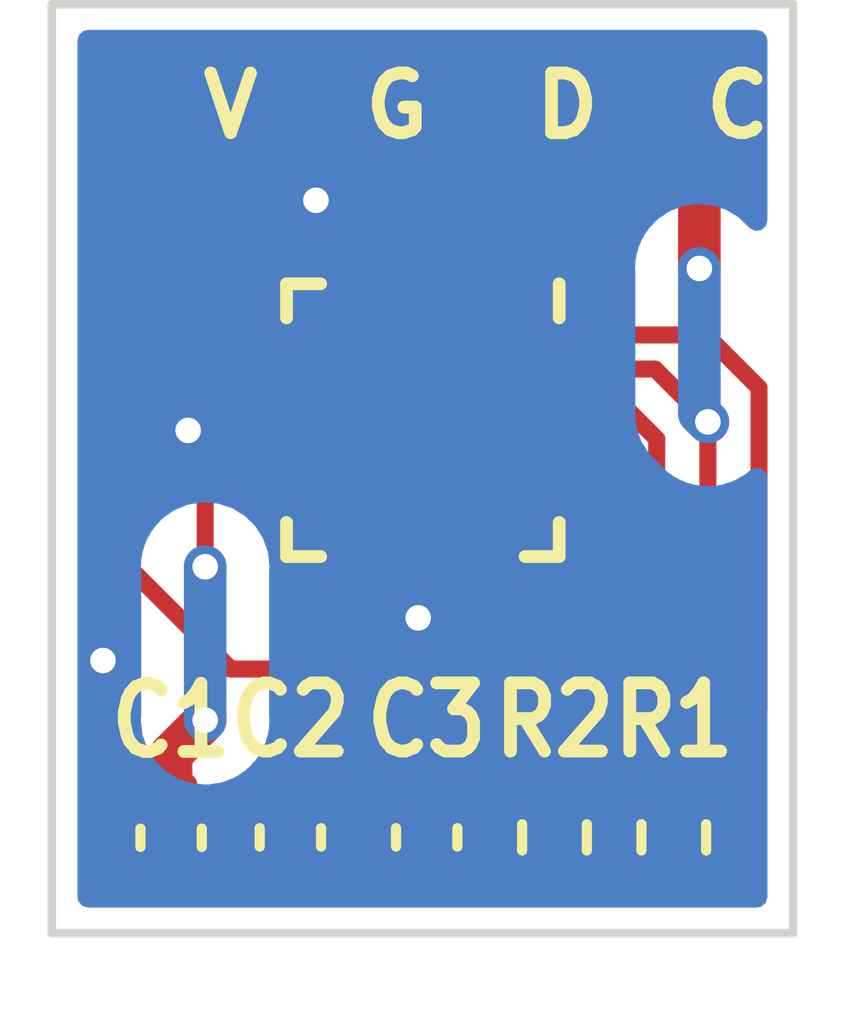
<source format=kicad_pcb>
(kicad_pcb (version 20221018) (generator pcbnew)
  (layers (0 "F.Cu" signal) (31 "B.Cu" signal) (34 "B.Paste" user) (35 "F.Paste" user) (36 "B.SilkS" user "B.Silkscreen") (37 "F.SilkS" user "F.Silkscreen") (38 "B.Mask" user) (39 "F.Mask" user) (44 "Edge.Cuts" user))
  (net 0 "")
  (net 1 "Net-(U1-REGOUT)")
  (net 2 "GNDREF")
  (net 3 "+1V8")
  (net 4 "SDA")
  (net 5 "SCL")
  (footprint "Capacitor_SMD:C_0402_1005Metric" (layer "F.Cu") (at 140.8 91.575 -90)
    (fp_text reference "C2" (at -1.375 0) (layer "F.SilkS") (effects (font (size 0.8 0.7))))
    (fp_text value "0.1uF")
    (fp_line (start -0.107836 -0.36) (end 0.107836 -0.36) (stroke (width 0.12)) (layer "F.SilkS"))
    (fp_line (start -0.107836 0.36) (end 0.107836 0.36) (stroke (width 0.12)) (layer "F.SilkS"))
    (pad "1" smd roundrect (at -0.48 0 270) (size 0.56 0.62) (layers "F.Cu" "F.Paste" "F.Mask") (net 3 "+1V8"))
    (pad "2" smd roundrect (at 0.48 0 270) (size 0.56 0.62) (layers "F.Cu" "F.Paste" "F.Mask") (net 2 "GNDREF"))
  )
  (footprint "Capacitor_SMD:C_0402_1005Metric" (layer "F.Cu") (at 139.4 91.58 -90)
    (fp_text reference "C1" (at -1.375 0) (layer "F.SilkS") (effects (font (size 0.8 0.7))))
    (fp_text value "0.1uF")
    (fp_line (start -0.107836 -0.36) (end 0.107836 -0.36) (stroke (width 0.12)) (layer "F.SilkS"))
    (fp_line (start -0.107836 0.36) (end 0.107836 0.36) (stroke (width 0.12)) (layer "F.SilkS"))
    (pad "1" smd roundrect (at -0.48 0 270) (size 0.56 0.62) (layers "F.Cu" "F.Paste" "F.Mask") (net 1 "Net-(U1-REGOUT)"))
    (pad "2" smd roundrect (at 0.48 0 270) (size 0.56 0.62) (layers "F.Cu" "F.Paste" "F.Mask") (net 2 "GNDREF"))
  )
  (footprint "Sensor_Motion:InvenSense_QFN-24_3x3mm_P0.4mm" (layer "F.Cu") (at 142.355 86.68 -90)
    (fp_text reference "U1" hide)
    (fp_text value "ICM-20948")
    (fp_line (start -1.6 -1.6) (end -1.2 -1.6) (stroke (width 0.15)) (layer "F.SilkS"))
    (fp_line (start -1.6 1.6) (end -1.6 1.2) (stroke (width 0.15)) (layer "F.SilkS"))
    (fp_line (start -1.6 1.6) (end -1.2 1.6) (stroke (width 0.15)) (layer "F.SilkS"))
    (fp_line (start 1.6 -1.6) (end 1.2 -1.6) (stroke (width 0.15)) (layer "F.SilkS"))
    (fp_line (start 1.6 -1.6) (end 1.6 -1.2) (stroke (width 0.15)) (layer "F.SilkS"))
    (fp_line (start 1.6 1.6) (end 1.2 1.6) (stroke (width 0.15)) (layer "F.SilkS"))
    (fp_line (start 1.6 1.6) (end 1.6 1.2) (stroke (width 0.15)) (layer "F.SilkS"))
    (pad "1" smd roundrect (at -1.5 -1 270) (size 0.55 0.2) (layers "F.Cu" "F.Paste" "F.Mask"))
    (pad "2" smd roundrect (at -1.5 -0.6 270) (size 0.55 0.2) (layers "F.Cu" "F.Paste" "F.Mask"))
    (pad "3" smd roundrect (at -1.5 -0.2 270) (size 0.55 0.2) (layers "F.Cu" "F.Paste" "F.Mask"))
    (pad "4" smd roundrect (at -1.5 0.2 270) (size 0.55 0.2) (layers "F.Cu" "F.Paste" "F.Mask"))
    (pad "5" smd roundrect (at -1.5 0.6 270) (size 0.55 0.2) (layers "F.Cu" "F.Paste" "F.Mask"))
    (pad "6" smd roundrect (at -1.5 1 270) (size 0.55 0.2) (layers "F.Cu" "F.Paste" "F.Mask"))
    (pad "7" smd roundrect (at -1 1.5) (size 0.55 0.2) (layers "F.Cu" "F.Paste" "F.Mask"))
    (pad "8" smd roundrect (at -0.6 1.5) (size 0.55 0.2) (layers "F.Cu" "F.Paste" "F.Mask") (net 3 "+1V8"))
    (pad "9" smd roundrect (at -0.2 1.5) (size 0.55 0.2) (layers "F.Cu" "F.Paste" "F.Mask") (net 2 "GNDREF"))
    (pad "10" smd roundrect (at 0.2 1.5) (size 0.55 0.2) (layers "F.Cu" "F.Paste" "F.Mask") (net 1 "Net-(U1-REGOUT)"))
    (pad "11" smd roundrect (at 0.6 1.5) (size 0.55 0.2) (layers "F.Cu" "F.Paste" "F.Mask"))
    (pad "12" smd roundrect (at 1 1.5) (size 0.55 0.2) (layers "F.Cu" "F.Paste" "F.Mask"))
    (pad "13" smd roundrect (at 1.5 1 270) (size 0.55 0.2) (layers "F.Cu" "F.Paste" "F.Mask") (net 3 "+1V8"))
    (pad "14" smd roundrect (at 1.5 0.6 270) (size 0.55 0.2) (layers "F.Cu" "F.Paste" "F.Mask"))
    (pad "15" smd roundrect (at 1.5 0.2 270) (size 0.55 0.2) (layers "F.Cu" "F.Paste" "F.Mask"))
    (pad "16" smd roundrect (at 1.5 -0.2 270) (size 0.55 0.2) (layers "F.Cu" "F.Paste" "F.Mask"))
    (pad "17" smd roundrect (at 1.5 -0.6 270) (size 0.55 0.2) (layers "F.Cu" "F.Paste" "F.Mask"))
    (pad "18" smd roundrect (at 1.5 -1 270) (size 0.55 0.2) (layers "F.Cu" "F.Paste" "F.Mask") (net 2 "GNDREF"))
    (pad "19" smd roundrect (at 1 -1.5) (size 0.55 0.2) (layers "F.Cu" "F.Paste" "F.Mask"))
    (pad "20" smd roundrect (at 0.6 -1.5) (size 0.55 0.2) (layers "F.Cu" "F.Paste" "F.Mask") (net 2 "GNDREF"))
    (pad "21" smd roundrect (at 0.2 -1.5) (size 0.55 0.2) (layers "F.Cu" "F.Paste" "F.Mask"))
    (pad "22" smd roundrect (at -0.2 -1.5) (size 0.55 0.2) (layers "F.Cu" "F.Paste" "F.Mask") (net 3 "+1V8"))
    (pad "23" smd roundrect (at -0.6 -1.5) (size 0.55 0.2) (layers "F.Cu" "F.Paste" "F.Mask") (net 5 "SCL"))
    (pad "24" smd roundrect (at -1 -1.5) (size 0.55 0.2) (layers "F.Cu" "F.Paste" "F.Mask") (net 4 "SDA"))
  )
  (footprint "Capacitor_SMD:C_0402_1005Metric" (layer "F.Cu") (at 142.4 91.575 -90)
    (fp_text reference "C3" (at -1.375 0) (layer "F.SilkS") (effects (font (size 0.8 0.7))))
    (fp_text value "0.1uF")
    (fp_line (start -0.107836 -0.36) (end 0.107836 -0.36) (stroke (width 0.12)) (layer "F.SilkS"))
    (fp_line (start -0.107836 0.36) (end 0.107836 0.36) (stroke (width 0.12)) (layer "F.SilkS"))
    (pad "1" smd roundrect (at -0.48 0 270) (size 0.56 0.62) (layers "F.Cu" "F.Paste" "F.Mask") (net 3 "+1V8"))
    (pad "2" smd roundrect (at 0.48 0 270) (size 0.56 0.62) (layers "F.Cu" "F.Paste" "F.Mask") (net 2 "GNDREF"))
  )
  (footprint "footprints:PAD_01x04" (layer "F.Cu") (at 142.1 83)
    (fp_text reference "J2" hide)
    (fp_text value "I2C")
    (pad "1" smd rect (at -3 0) (size 1.3 1.3) (layers "F.Cu" "F.Paste" "F.Mask") (net 3 "+1V8"))
    (pad "2" smd rect (at -1 0) (size 1.3 1.3) (layers "F.Cu" "F.Paste" "F.Mask") (net 2 "GNDREF"))
    (pad "3" smd rect (at 1 0) (size 1.3 1.3) (layers "F.Cu" "F.Paste" "F.Mask") (net 4 "SDA"))
    (pad "4" smd rect (at 3 0) (size 1.3 1.3) (layers "F.Cu" "F.Paste" "F.Mask") (net 5 "SCL"))
  )
  (footprint "Resistor_SMD:R_0402_1005Metric" (layer "F.Cu") (at 145.3 91.575 90)
    (fp_text reference "R1" (at 1.375 0 180) (layer "F.SilkS") (effects (font (size 0.8 0.7))))
    (fp_text value "10K")
    (fp_line (start -0.153641 -0.38) (end 0.153641 -0.38) (stroke (width 0.12)) (layer "F.SilkS"))
    (fp_line (start -0.153641 0.38) (end 0.153641 0.38) (stroke (width 0.12)) (layer "F.SilkS"))
    (pad "1" smd roundrect (at -0.51 0 90) (size 0.54 0.64) (layers "F.Cu" "F.Paste" "F.Mask") (net 3 "+1V8"))
    (pad "2" smd roundrect (at 0.51 0 90) (size 0.54 0.64) (layers "F.Cu" "F.Paste" "F.Mask") (net 4 "SDA"))
  )
  (footprint "Resistor_SMD:R_0402_1005Metric" (layer "F.Cu") (at 143.9 91.575 90)
    (fp_text reference "R2" (at 1.375 0 180) (layer "F.SilkS") (effects (font (size 0.8 0.7))))
    (fp_text value "10K")
    (fp_line (start -0.153641 -0.38) (end 0.153641 -0.38) (stroke (width 0.12)) (layer "F.SilkS"))
    (fp_line (start -0.153641 0.38) (end 0.153641 0.38) (stroke (width 0.12)) (layer "F.SilkS"))
    (pad "1" smd roundrect (at -0.51 0 90) (size 0.54 0.64) (layers "F.Cu" "F.Paste" "F.Mask") (net 3 "+1V8"))
    (pad "2" smd roundrect (at 0.51 0 90) (size 0.54 0.64) (layers "F.Cu" "F.Paste" "F.Mask") (net 5 "SCL"))
  )
  (gr_line (start 146.7 92.7) (end 146.7 81.8) (stroke (width 0.1)) (layer "Edge.Cuts"))
  (gr_line (start 138 81.8) (end 138 92.7) (stroke (width 0.1)) (layer "Edge.Cuts"))
  (gr_line (start 138 92.7) (end 146.7 92.7) (stroke (width 0.1)) (layer "Edge.Cuts"))
  (gr_line (start 146.7 81.8) (end 138 81.8) (stroke (width 0.1)) (layer "Edge.Cuts"))
  (gr_text "C" (at 145.6 83.4) (layer "F.SilkS") (effects (font (size 0.7 0.7)) (justify left bottom)))
  (gr_text "G" (at 141.6 83.4) (layer "F.SilkS") (effects (font (size 0.7 0.7)) (justify left bottom)))
  (gr_text "V" (at 139.7 83.4) (layer "F.SilkS") (effects (font (size 0.7 0.7)) (justify left bottom)))
  (gr_text "D" (at 143.6 83.4) (layer "F.SilkS") (effects (font (size 0.7 0.7)) (justify left bottom)))
  (segment (start 140.48364 86.88) (end 139.8 87.56364) (width 0.2) (layer "F.Cu") (net 1))
  (segment (start 139.8 90.2) (end 139.4 90.6) (width 0.5) (layer "F.Cu") (net 1))
  (segment (start 139.8 87.56364) (end 139.8 88.4) (width 0.2) (layer "F.Cu") (net 1))
  (segment (start 140.855 86.88) (end 140.48364 86.88) (width 0.2) (layer "F.Cu") (net 1))
  (segment (start 139.4 90.6) (end 139.4 91.1) (width 0.5) (layer "F.Cu") (net 1))
  (via (at 139.8 90.2) (size 0.5) (drill 0.3) (layers "F.Cu" "B.Cu") (net 1))
  (via (at 139.8 88.4) (size 0.5) (drill 0.3) (layers "F.Cu" "B.Cu") (net 1))
  (segment (start 139.8 90.2) (end 139.8 88.4) (width 0.5) (layer "B.Cu") (net 1))
  (segment (start 142.90636 89) (end 143.20636 88.7) (width 0.2) (layer "F.Cu") (net 2))
  (segment (start 141.1 84.1) (end 141.1 83) (width 0.5) (layer "F.Cu") (net 2))
  (segment (start 139.6 86.8) (end 139.92 86.48) (width 0.2) (layer "F.Cu") (net 2))
  (segment (start 144.22636 87.28) (end 144.6 87.65364) (width 0.2) (layer "F.Cu") (net 2))
  (segment (start 139.92 86.48) (end 140.855 86.48) (width 0.2) (layer "F.Cu") (net 2))
  (segment (start 142.3 89) (end 142.90636 89) (width 0.2) (layer "F.Cu") (net 2))
  (segment (start 143.855 87.28) (end 144.22636 87.28) (width 0.2) (layer "F.Cu") (net 2))
  (segment (start 142.4 92.055) (end 138.965 92.055) (width 0.5) (layer "F.Cu") (net 2))
  (segment (start 142.395 92.06) (end 142.4 92.055) (width 0.5) (layer "F.Cu") (net 2))
  (segment (start 144.6 87.65364) (end 144.6 88.3) (width 0.2) (layer "F.Cu") (net 2))
  (segment (start 143.355 88.55136) (end 143.20636 88.7) (width 0.2) (layer "F.Cu") (net 2))
  (segment (start 143.355 88.18) (end 143.355 88.55136) (width 0.2) (layer "F.Cu") (net 2))
  (segment (start 138.965 92.055) (end 138.96 92.06) (width 0.5) (layer "F.Cu") (net 2))
  (segment (start 138.6 91.7) (end 138.6 89.5) (width 0.5) (layer "F.Cu") (net 2))
  (segment (start 144.6 88.3) (end 144.2 88.7) (width 0.2) (layer "F.Cu") (net 2))
  (segment (start 138.96 92.06) (end 138.6 91.7) (width 0.5) (layer "F.Cu") (net 2))
  (segment (start 143.20636 88.7) (end 144.2 88.7) (width 0.2) (layer "F.Cu") (net 2))
  (via (at 141.1 84.1) (size 0.6) (drill 0.3) (layers "F.Cu" "B.Cu") (net 2))
  (via (at 138.6 89.5) (size 0.5) (drill 0.3) (layers "F.Cu" "B.Cu") (net 2))
  (via (at 139.6 86.8) (size 0.5) (drill 0.3) (layers "F.Cu" "B.Cu") (net 2))
  (via (at 142.3 89) (size 0.5) (drill 0.3) (layers "F.Cu" "B.Cu") (net 2))
  (segment (start 141.1 84.1) (end 141.1 85.3) (width 0.5) (layer "B.Cu") (net 2))
  (segment (start 142.3 89) (end 142.3 86.5) (width 0.5) (layer "B.Cu") (net 2))
  (segment (start 141.1 85.3) (end 139.6 86.8) (width 0.5) (layer "B.Cu") (net 2))
  (segment (start 138.6 87.8) (end 139.6 86.8) (width 0.5) (layer "B.Cu") (net 2))
  (segment (start 142.3 86.5) (end 141.1 85.3) (width 0.5) (layer "B.Cu") (net 2))
  (segment (start 138.6 89.5) (end 138.6 87.8) (width 0.5) (layer "B.Cu") (net 2))
  (segment (start 140.8 91.095) (end 142.4 91.095) (width 0.5) (layer "F.Cu") (net 3))
  (segment (start 142.6475 91.095) (end 142.4 91.095) (width 0.2) (layer "F.Cu") (net 3))
  (segment (start 145.1 86.9) (end 145.1 88.7) (width 0.2) (layer "F.Cu") (net 3))
  (segment (start 143.9 92.085) (end 143.6375 92.085) (width 0.2) (layer "F.Cu") (net 3))
  (segment (start 143.6375 92.085) (end 142.6475 91.095) (width 0.2) (layer "F.Cu") (net 3))
  (segment (start 141.355 88.18) (end 141.355 89.245) (width 0.2) (layer "F.Cu") (net 3))
  (segment (start 142.4 90.1) (end 141.9 89.6) (width 0.2) (layer "F.Cu") (net 3))
  (segment (start 139.1 83.9) (end 139.1 83) (width 0.2) (layer "F.Cu") (net 3))
  (segment (start 139.48 86.08) (end 138.9 85.5) (width 0.2) (layer "F.Cu") (net 3))
  (segment (start 141.9 89.6) (end 141 89.6) (width 0.2) (layer "F.Cu") (net 3))
  (segment (start 138.9 88.4) (end 140.1 89.6) (width 0.2) (layer "F.Cu") (net 3))
  (segment (start 138.9 84.1) (end 139.1 83.9) (width 0.2) (layer "F.Cu") (net 3))
  (segment (start 140.855 86.08) (end 139.48 86.08) (width 0.2) (layer "F.Cu") (net 3))
  (segment (start 144.68 86.48) (end 145.1 86.9) (width 0.2) (layer "F.Cu") (net 3))
  (segment (start 142.4 91.095) (end 142.4 90.1) (width 0.2) (layer "F.Cu") (net 3))
  (segment (start 138.9 85.5) (end 138.9 88.4) (width 0.2) (layer "F.Cu") (net 3))
  (segment (start 145.1 88.7) (end 144.2 89.6) (width 0.2) (layer "F.Cu") (net 3))
  (segment (start 143.855 86.48) (end 144.68 86.48) (width 0.2) (layer "F.Cu") (net 3))
  (segment (start 140.1 89.6) (end 141 89.6) (width 0.2) (layer "F.Cu") (net 3))
  (segment (start 141.355 89.245) (end 141 89.6) (width 0.2) (layer "F.Cu") (net 3))
  (segment (start 141.9 89.6) (end 144.2 89.6) (width 0.2) (layer "F.Cu") (net 3))
  (segment (start 138.9 85.5) (end 138.9 84.1) (width 0.2) (layer "F.Cu") (net 3))
  (segment (start 145.3 92.085) (end 143.9 92.085) (width 0.5) (layer "F.Cu") (net 3))
  (segment (start 143.855 85.68) (end 145.68 85.68) (width 0.2) (layer "F.Cu") (net 4))
  (segment (start 145.3 91.065) (end 146.3 90.065) (width 0.2) (layer "F.Cu") (net 4))
  (segment (start 143.855 84.90864) (end 143.855 85.68) (width 0.2) (layer "F.Cu") (net 4))
  (segment (start 145.68 85.68) (end 146.3 86.3) (width 0.2) (layer "F.Cu") (net 4))
  (segment (start 146.3 90.065) (end 146.3 86.3) (width 0.2) (layer "F.Cu") (net 4))
  (segment (start 143.1 84.15364) (end 143.1 83) (width 0.2) (layer "F.Cu") (net 4))
  (segment (start 143.1 84.15364) (end 143.855 84.90864) (width 0.2) (layer "F.Cu") (net 4))
  (segment (start 145.6 83.5) (end 145.1 83) (width 0.5) (layer "F.Cu") (net 5))
  (segment (start 145.7 89.3) (end 143.935 91.065) (width 0.2) (layer "F.Cu") (net 5))
  (segment (start 145.08 86.08) (end 145.7 86.7) (width 0.2) (layer "F.Cu") (net 5))
  (segment (start 143.855 86.08) (end 145.08 86.08) (width 0.2) (layer "F.Cu") (net 5))
  (segment (start 145.6 84.9) (end 145.6 83.5) (width 0.5) (layer "F.Cu") (net 5))
  (segment (start 145.7 86.7) (end 145.7 89.3) (width 0.2) (layer "F.Cu") (net 5))
  (segment (start 143.935 91.065) (end 143.9 91.065) (width 0.2) (layer "F.Cu") (net 5))
  (via (at 145.6 84.9) (size 0.5) (drill 0.3) (layers "F.Cu" "B.Cu") (net 5))
  (via (at 145.7 86.7) (size 0.5) (drill 0.3) (layers "F.Cu" "B.Cu") (net 5))
  (segment (start 145.6 86.6) (end 145.7 86.7) (width 0.5) (layer "B.Cu") (net 5))
  (segment (start 145.6 84.9) (end 145.6 86.6) (width 0.5) (layer "B.Cu") (net 5))
  (zone (net 2) (net_name "GNDREF") (layer "B.Cu") (connect_pads (clearance 0.5)) (min_thickness 0.25) (fill yes (thermal_gap 0.5) (thermal_bridge_width 0.5))
    (polygon (pts (xy 138 81.8) (xy 138 92.7) (xy 146.7 92.7) (xy 146.7 81.8)))
  )
)
</source>
